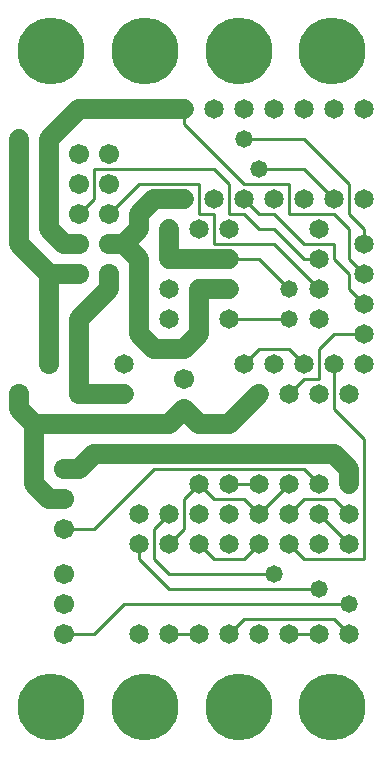
<source format=gbl>
%MOIN*%
%FSLAX25Y25*%
G04 D10 used for Character Trace; *
G04     Circle (OD=.01000) (No hole)*
G04 D11 used for Power Trace; *
G04     Circle (OD=.06500) (No hole)*
G04 D12 used for Signal Trace; *
G04     Circle (OD=.01100) (No hole)*
G04 D13 used for Via; *
G04     Circle (OD=.05800) (Round. Hole ID=.02800)*
G04 D14 used for Component hole; *
G04     Circle (OD=.06500) (Round. Hole ID=.03500)*
G04 D15 used for Component hole; *
G04     Circle (OD=.06700) (Round. Hole ID=.04300)*
G04 D16 used for Component hole; *
G04     Circle (OD=.08100) (Round. Hole ID=.05100)*
G04 D17 used for Component hole; *
G04     Circle (OD=.08900) (Round. Hole ID=.05900)*
G04 D18 used for Component hole; *
G04     Circle (OD=.11300) (Round. Hole ID=.08300)*
G04 D19 used for Component hole; *
G04     Circle (OD=.16000) (Round. Hole ID=.13000)*
G04 D20 used for Component hole; *
G04     Circle (OD=.18300) (Round. Hole ID=.15300)*
G04 D21 used for Component hole; *
G04     Circle (OD=.22291) (Round. Hole ID=.19291)*
%ADD10C,.01000*%
%ADD11C,.06500*%
%ADD12C,.01100*%
%ADD13C,.05800*%
%ADD14C,.06500*%
%ADD15C,.06700*%
%ADD16C,.08100*%
%ADD17C,.08900*%
%ADD18C,.11300*%
%ADD19C,.16000*%
%ADD20C,.18300*%
%ADD21C,.22291*%
%IPPOS*%
%LPD*%
G90*X0Y0D02*D21*X15625Y15625D03*D12*              
X20000Y40000D02*X30000D01*D15*X20000D03*D12*      
X30000D02*X40000Y50000D01*X115000D01*D13*D03*D12* 
Y40000D02*X110000Y45000D01*D14*X115000Y40000D03*  
D12*X80000Y45000D02*X110000D01*X75000Y40000D02*   
X80000Y45000D01*D14*X75000Y40000D03*X85000D03*    
X65000D03*D12*X55000D01*D14*D03*X45000D03*D12*    
X55000Y55000D02*X105000D01*D13*D03*D12*           
X100000Y65000D02*X120000D01*Y105000D01*           
X110000Y115000D01*Y130000D01*D14*D03*D12*         
X105000Y125000D02*Y135000D01*X100000Y125000D02*   
X105000D01*X95000Y120000D02*X100000Y125000D01*D14*
X95000Y120000D03*X100000Y130000D03*D12*           
X95000Y135000D01*X85000D01*X80000Y130000D01*D14*  
D03*X90000D03*X85000Y120000D03*D11*               
X75000Y110000D01*D14*D03*D11*X65000D01*           
X60000Y115000D01*D15*D03*D11*X55000Y110000D01*    
X10000D01*Y90000D01*X15000Y85000D01*X20000D01*D15*
D03*D12*Y75000D02*X30000D01*D15*X20000D03*D12*    
X30000D02*X50000Y95000D01*X100000D01*             
X105000Y90000D01*D14*D03*D12*X115000Y80000D02*    
X110000Y85000D01*D14*X115000Y80000D03*D12*        
X100000Y85000D02*X110000D01*X95000Y80000D02*      
X100000Y85000D01*D14*X95000Y80000D03*             
X105000Y70000D03*X85000Y90000D03*D12*X75000D01*   
D14*D03*D12*X85000Y80000D02*X80000Y85000D01*D14*  
X85000Y80000D03*D12*X95000Y90000D01*D14*D03*      
X105000Y80000D03*D12*X115000Y70000D01*D14*D03*D12*
X100000Y65000D02*X95000Y70000D01*D14*D03*D13*     
X90000Y60000D03*D12*X55000D01*X50000Y65000D01*    
Y75000D01*X55000Y80000D01*D14*D03*D12*Y70000D02*  
X60000Y75000D01*D14*X55000Y70000D03*D12*          
X60000Y75000D02*Y85000D01*X65000Y90000D01*D14*D03*
D12*X70000Y85000D01*X80000D01*D14*X75000Y80000D03*
X65000Y70000D03*D12*X70000Y65000D01*X80000D01*    
X85000Y70000D01*D14*D03*X75000D03*X65000Y80000D03*
D11*X115000Y95000D02*X110000Y100000D01*           
X115000Y90000D02*Y95000D01*D14*Y90000D03*D11*     
X75000Y100000D02*X110000D01*D14*X75000D03*D11*    
X30000D01*X25000Y95000D01*X20000D01*D15*D03*D11*  
X10000Y110000D02*X5000Y115000D01*Y120000D01*D15*  
D03*X15000Y130000D03*D11*Y160000D01*X25000D01*D15*
D03*X35000Y170000D03*D11*X40000D01*               
X45000Y165000D01*Y140000D01*X50000Y135000D01*     
X60000D01*X65000Y140000D01*Y145000D01*D14*D03*D11*
Y155000D01*D14*D03*D11*X75000D01*D14*D03*D12*     
X95000D02*X85000Y165000D01*D13*X95000Y155000D03*  
D14*X105000Y145000D03*Y165000D03*D12*X100000D01*  
X90000Y175000D01*X85000D01*X80000Y180000D01*      
X75000D01*Y190000D01*X70000Y195000D01*X30000D01*  
Y185000D01*X25000Y180000D01*D15*D03*              
X35000Y190000D03*D11*X20000Y170000D02*X25000D01*  
D15*D03*D11*X20000D02*X15000Y175000D01*Y205000D01*
X25000Y215000D01*X60000D01*D14*D03*D12*Y210000D01*
X80000Y190000D01*X95000D01*Y180000D01*X110000D01* 
X115000Y175000D01*Y165000D01*X120000Y160000D01*   
D14*D03*D12*Y150000D02*X115000Y155000D01*D14*     
X120000Y150000D03*D12*X115000Y155000D02*          
Y160000D01*X110000Y165000D01*Y170000D01*          
X100000D01*X90000Y180000D01*X85000D01*            
X80000Y185000D01*D14*D03*D13*X85000Y195000D03*D12*
X100000D01*X110000Y185000D01*D14*D03*D12*         
X120000Y175000D02*X115000Y180000D01*              
X120000Y170000D02*Y175000D01*D14*Y170000D03*D12*  
X115000Y180000D02*Y190000D01*X100000Y205000D01*   
X80000D01*D13*D03*D14*X90000Y215000D03*X70000D03* 
X80000D03*D12*X65000Y180000D02*Y190000D01*        
Y180000D02*X70000D01*Y170000D01*X90000D01*        
X105000Y155000D01*D14*D03*D13*X95000Y145000D03*   
D12*X75000D01*D14*D03*X55000Y165000D03*D11*       
X65000D01*D14*D03*D11*X75000D01*D14*D03*D12*      
X85000D01*D14*X75000Y175000D03*X100000Y185000D03* 
X65000Y175000D03*X90000Y185000D03*                
X105000Y175000D03*X70000Y185000D03*D12*           
X105000Y135000D02*X110000Y140000D01*X120000D01*   
D14*D03*Y130000D03*X105000Y120000D03*X115000D03*  
X120000Y185000D03*D12*X45000Y190000D02*X65000D01* 
X35000Y180000D02*X45000Y190000D01*D15*            
X35000Y180000D03*X25000Y190000D03*D11*            
X40000Y170000D02*X45000Y175000D01*Y180000D01*     
X50000Y185000D01*X60000D01*D14*D03*               
X55000Y175000D03*D11*Y165000D01*D14*Y155000D03*   
Y145000D03*D15*X35000Y160000D03*D11*Y155000D01*   
X25000Y145000D01*Y140000D01*D13*D03*D11*          
Y120000D01*D15*D03*D11*X40000D01*D14*D03*         
Y130000D03*D15*X60000Y125000D03*D14*              
X45000Y80000D03*D11*X15000Y160000D02*             
X5000Y170000D01*Y205000D01*D13*D03*D15*           
X25000Y200000D03*D21*X15625Y234375D03*D15*        
X35000Y200000D03*D21*X46875Y234375D03*X78125D03*  
D14*X100000Y215000D03*X110000D03*D21*             
X109375Y234375D03*D14*X120000Y215000D03*          
X45000Y70000D03*D12*Y65000D01*X55000Y55000D01*D15*
X20000Y60000D03*Y50000D03*D14*X95000Y40000D03*D12*
X105000D01*D14*D03*D21*X78125Y15625D03*X109375D03*
X46875D03*M02*                                    

</source>
